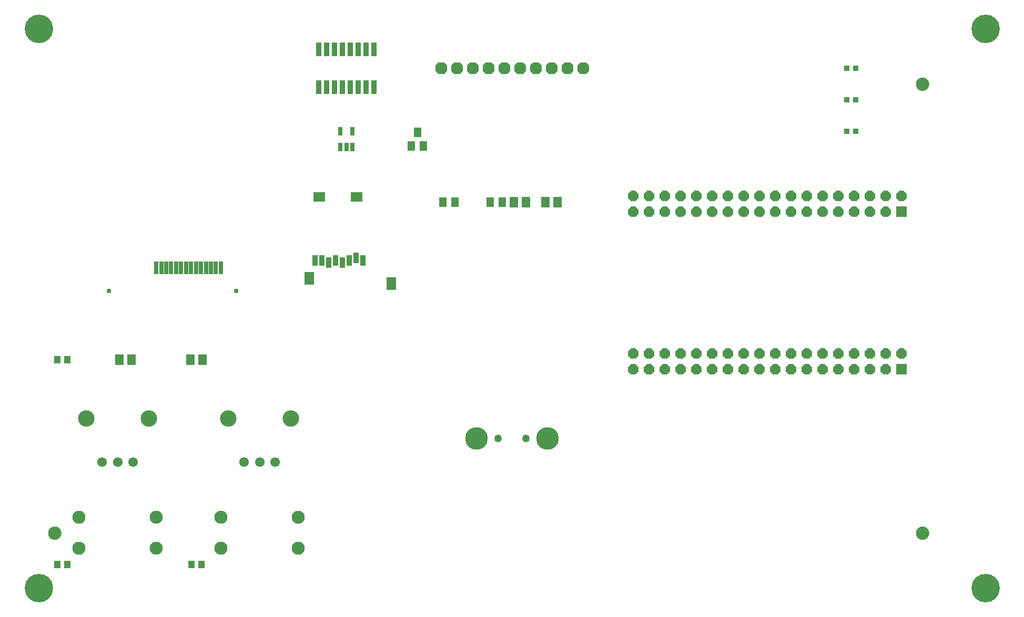
<source format=gbr>
G04 EAGLE Gerber RS-274X export*
G75*
%MOMM*%
%FSLAX34Y34*%
%LPD*%
%INSoldermask Top*%
%IPPOS*%
%AMOC8*
5,1,8,0,0,1.08239X$1,22.5*%
G01*
%ADD10R,1.676400X1.676400*%
%ADD11P,1.814519X8X202.500000*%
%ADD12R,0.952400X0.952400*%
%ADD13C,1.552400*%
%ADD14C,2.652400*%
%ADD15C,2.112400*%
%ADD16R,1.102359X1.183641*%
%ADD17C,3.652400*%
%ADD18C,1.252400*%
%ADD19R,0.652400X2.152400*%
%ADD20C,0.752400*%
%ADD21R,0.812800X2.184400*%
%ADD22R,1.552400X2.052400*%
%ADD23R,1.952400X1.552400*%
%ADD24R,0.852400X1.652400*%
%ADD25R,0.702400X1.352400*%
%ADD26R,1.252400X1.552400*%
%ADD27R,1.152400X1.552400*%
%ADD28R,1.452400X1.752400*%
%ADD29P,2.089446X8X112.500000*%
%ADD30C,0.609600*%
%ADD31C,1.168400*%
%ADD32C,4.597400*%


D10*
X1426800Y403600D03*
D11*
X1426800Y429000D03*
X1401400Y403600D03*
X1401400Y429000D03*
X1376000Y403600D03*
X1376000Y429000D03*
X1350600Y403600D03*
X1350600Y429000D03*
X1325200Y403600D03*
X1325200Y429000D03*
X1299800Y403600D03*
X1299800Y429000D03*
X1274400Y403600D03*
X1274400Y429000D03*
X1249000Y403600D03*
X1249000Y429000D03*
X1223600Y403600D03*
X1223600Y429000D03*
X1198200Y403600D03*
X1198200Y429000D03*
X1172800Y403600D03*
X1172800Y429000D03*
X1147400Y403600D03*
X1147400Y429000D03*
X1122000Y403600D03*
X1122000Y429000D03*
X1096600Y403600D03*
X1096600Y429000D03*
X1071200Y403600D03*
X1071200Y429000D03*
X1045800Y403600D03*
X1045800Y429000D03*
X1020400Y403600D03*
X1020400Y429000D03*
X995000Y403600D03*
X995000Y429000D03*
D10*
X1426800Y657600D03*
D11*
X1426800Y683000D03*
X1401400Y657600D03*
X1401400Y683000D03*
X1376000Y657600D03*
X1376000Y683000D03*
X1350600Y657600D03*
X1350600Y683000D03*
X1325200Y657600D03*
X1325200Y683000D03*
X1299800Y657600D03*
X1299800Y683000D03*
X1274400Y657600D03*
X1274400Y683000D03*
X1249000Y657600D03*
X1249000Y683000D03*
X1223600Y657600D03*
X1223600Y683000D03*
X1198200Y657600D03*
X1198200Y683000D03*
X1172800Y657600D03*
X1172800Y683000D03*
X1147400Y657600D03*
X1147400Y683000D03*
X1122000Y657600D03*
X1122000Y683000D03*
X1096600Y657600D03*
X1096600Y683000D03*
X1071200Y657600D03*
X1071200Y683000D03*
X1045800Y657600D03*
X1045800Y683000D03*
X1020400Y657600D03*
X1020400Y683000D03*
X995000Y657600D03*
X995000Y683000D03*
D12*
X1338700Y889000D03*
X1353700Y889000D03*
X1338700Y838200D03*
X1353700Y838200D03*
X1338700Y787400D03*
X1353700Y787400D03*
D13*
X368700Y254000D03*
X393700Y254000D03*
X418700Y254000D03*
D14*
X343700Y324000D03*
X443700Y324000D03*
D13*
X140100Y254000D03*
X165100Y254000D03*
X190100Y254000D03*
D14*
X115100Y324000D03*
X215100Y324000D03*
D15*
X456200Y164700D03*
X456200Y114700D03*
X331200Y114700D03*
X331200Y164700D03*
X227600Y164700D03*
X227600Y114700D03*
X102600Y114700D03*
X102600Y164700D03*
D16*
X284099Y88900D03*
X300101Y88900D03*
X68199Y88900D03*
X84201Y88900D03*
D17*
X857100Y292100D03*
X743100Y292100D03*
D18*
X822600Y292100D03*
X777600Y292100D03*
D19*
X235400Y567500D03*
X243400Y567500D03*
X251400Y567500D03*
X259400Y567500D03*
X267400Y567500D03*
X275400Y567500D03*
X283400Y567500D03*
X291400Y567500D03*
X299400Y567500D03*
X307400Y567500D03*
X315400Y567500D03*
X323400Y567500D03*
X331400Y567500D03*
X227400Y567500D03*
D20*
X151400Y529500D03*
X355900Y529500D03*
D21*
X488950Y858266D03*
X488950Y919734D03*
X501650Y858266D03*
X514350Y858266D03*
X501650Y919734D03*
X514350Y919734D03*
X527050Y858266D03*
X527050Y919734D03*
X539750Y858266D03*
X539750Y919734D03*
X552450Y858266D03*
X565150Y858266D03*
X552450Y919734D03*
X565150Y919734D03*
X577850Y858266D03*
X577850Y919734D03*
D22*
X473900Y550400D03*
X605900Y541400D03*
D23*
X489900Y681400D03*
X549900Y681400D03*
D24*
X482900Y579400D03*
X493900Y579400D03*
X504900Y575400D03*
X515900Y579400D03*
X526900Y575400D03*
X537900Y579400D03*
X548900Y583400D03*
X559900Y579400D03*
D25*
X523900Y761700D03*
X533400Y761700D03*
X542900Y761700D03*
X542900Y787700D03*
X523900Y787700D03*
D26*
X688500Y673100D03*
X708500Y673100D03*
D27*
X647700Y785700D03*
X657200Y763700D03*
X638200Y763700D03*
D26*
X764700Y673100D03*
X784700Y673100D03*
D28*
X167800Y419100D03*
X187800Y419100D03*
X282100Y419100D03*
X302100Y419100D03*
X802800Y673100D03*
X822800Y673100D03*
X853600Y673100D03*
X873600Y673100D03*
D29*
X685800Y889000D03*
X711200Y889000D03*
X736600Y889000D03*
X762000Y889000D03*
X787400Y889000D03*
X812800Y889000D03*
X838200Y889000D03*
X863600Y889000D03*
X889000Y889000D03*
X914400Y889000D03*
D30*
X1452880Y139700D02*
X1452882Y139887D01*
X1452889Y140074D01*
X1452901Y140261D01*
X1452917Y140447D01*
X1452937Y140633D01*
X1452962Y140818D01*
X1452992Y141003D01*
X1453026Y141187D01*
X1453065Y141370D01*
X1453108Y141552D01*
X1453156Y141732D01*
X1453208Y141912D01*
X1453265Y142090D01*
X1453325Y142267D01*
X1453391Y142442D01*
X1453460Y142616D01*
X1453534Y142788D01*
X1453612Y142958D01*
X1453694Y143126D01*
X1453780Y143292D01*
X1453870Y143456D01*
X1453964Y143617D01*
X1454062Y143777D01*
X1454164Y143933D01*
X1454270Y144088D01*
X1454380Y144239D01*
X1454493Y144388D01*
X1454610Y144534D01*
X1454730Y144677D01*
X1454854Y144817D01*
X1454981Y144954D01*
X1455112Y145088D01*
X1455246Y145219D01*
X1455383Y145346D01*
X1455523Y145470D01*
X1455666Y145590D01*
X1455812Y145707D01*
X1455961Y145820D01*
X1456112Y145930D01*
X1456267Y146036D01*
X1456423Y146138D01*
X1456583Y146236D01*
X1456744Y146330D01*
X1456908Y146420D01*
X1457074Y146506D01*
X1457242Y146588D01*
X1457412Y146666D01*
X1457584Y146740D01*
X1457758Y146809D01*
X1457933Y146875D01*
X1458110Y146935D01*
X1458288Y146992D01*
X1458468Y147044D01*
X1458648Y147092D01*
X1458830Y147135D01*
X1459013Y147174D01*
X1459197Y147208D01*
X1459382Y147238D01*
X1459567Y147263D01*
X1459753Y147283D01*
X1459939Y147299D01*
X1460126Y147311D01*
X1460313Y147318D01*
X1460500Y147320D01*
X1460687Y147318D01*
X1460874Y147311D01*
X1461061Y147299D01*
X1461247Y147283D01*
X1461433Y147263D01*
X1461618Y147238D01*
X1461803Y147208D01*
X1461987Y147174D01*
X1462170Y147135D01*
X1462352Y147092D01*
X1462532Y147044D01*
X1462712Y146992D01*
X1462890Y146935D01*
X1463067Y146875D01*
X1463242Y146809D01*
X1463416Y146740D01*
X1463588Y146666D01*
X1463758Y146588D01*
X1463926Y146506D01*
X1464092Y146420D01*
X1464256Y146330D01*
X1464417Y146236D01*
X1464577Y146138D01*
X1464733Y146036D01*
X1464888Y145930D01*
X1465039Y145820D01*
X1465188Y145707D01*
X1465334Y145590D01*
X1465477Y145470D01*
X1465617Y145346D01*
X1465754Y145219D01*
X1465888Y145088D01*
X1466019Y144954D01*
X1466146Y144817D01*
X1466270Y144677D01*
X1466390Y144534D01*
X1466507Y144388D01*
X1466620Y144239D01*
X1466730Y144088D01*
X1466836Y143933D01*
X1466938Y143777D01*
X1467036Y143617D01*
X1467130Y143456D01*
X1467220Y143292D01*
X1467306Y143126D01*
X1467388Y142958D01*
X1467466Y142788D01*
X1467540Y142616D01*
X1467609Y142442D01*
X1467675Y142267D01*
X1467735Y142090D01*
X1467792Y141912D01*
X1467844Y141732D01*
X1467892Y141552D01*
X1467935Y141370D01*
X1467974Y141187D01*
X1468008Y141003D01*
X1468038Y140818D01*
X1468063Y140633D01*
X1468083Y140447D01*
X1468099Y140261D01*
X1468111Y140074D01*
X1468118Y139887D01*
X1468120Y139700D01*
X1468118Y139513D01*
X1468111Y139326D01*
X1468099Y139139D01*
X1468083Y138953D01*
X1468063Y138767D01*
X1468038Y138582D01*
X1468008Y138397D01*
X1467974Y138213D01*
X1467935Y138030D01*
X1467892Y137848D01*
X1467844Y137668D01*
X1467792Y137488D01*
X1467735Y137310D01*
X1467675Y137133D01*
X1467609Y136958D01*
X1467540Y136784D01*
X1467466Y136612D01*
X1467388Y136442D01*
X1467306Y136274D01*
X1467220Y136108D01*
X1467130Y135944D01*
X1467036Y135783D01*
X1466938Y135623D01*
X1466836Y135467D01*
X1466730Y135312D01*
X1466620Y135161D01*
X1466507Y135012D01*
X1466390Y134866D01*
X1466270Y134723D01*
X1466146Y134583D01*
X1466019Y134446D01*
X1465888Y134312D01*
X1465754Y134181D01*
X1465617Y134054D01*
X1465477Y133930D01*
X1465334Y133810D01*
X1465188Y133693D01*
X1465039Y133580D01*
X1464888Y133470D01*
X1464733Y133364D01*
X1464577Y133262D01*
X1464417Y133164D01*
X1464256Y133070D01*
X1464092Y132980D01*
X1463926Y132894D01*
X1463758Y132812D01*
X1463588Y132734D01*
X1463416Y132660D01*
X1463242Y132591D01*
X1463067Y132525D01*
X1462890Y132465D01*
X1462712Y132408D01*
X1462532Y132356D01*
X1462352Y132308D01*
X1462170Y132265D01*
X1461987Y132226D01*
X1461803Y132192D01*
X1461618Y132162D01*
X1461433Y132137D01*
X1461247Y132117D01*
X1461061Y132101D01*
X1460874Y132089D01*
X1460687Y132082D01*
X1460500Y132080D01*
X1460313Y132082D01*
X1460126Y132089D01*
X1459939Y132101D01*
X1459753Y132117D01*
X1459567Y132137D01*
X1459382Y132162D01*
X1459197Y132192D01*
X1459013Y132226D01*
X1458830Y132265D01*
X1458648Y132308D01*
X1458468Y132356D01*
X1458288Y132408D01*
X1458110Y132465D01*
X1457933Y132525D01*
X1457758Y132591D01*
X1457584Y132660D01*
X1457412Y132734D01*
X1457242Y132812D01*
X1457074Y132894D01*
X1456908Y132980D01*
X1456744Y133070D01*
X1456583Y133164D01*
X1456423Y133262D01*
X1456267Y133364D01*
X1456112Y133470D01*
X1455961Y133580D01*
X1455812Y133693D01*
X1455666Y133810D01*
X1455523Y133930D01*
X1455383Y134054D01*
X1455246Y134181D01*
X1455112Y134312D01*
X1454981Y134446D01*
X1454854Y134583D01*
X1454730Y134723D01*
X1454610Y134866D01*
X1454493Y135012D01*
X1454380Y135161D01*
X1454270Y135312D01*
X1454164Y135467D01*
X1454062Y135623D01*
X1453964Y135783D01*
X1453870Y135944D01*
X1453780Y136108D01*
X1453694Y136274D01*
X1453612Y136442D01*
X1453534Y136612D01*
X1453460Y136784D01*
X1453391Y136958D01*
X1453325Y137133D01*
X1453265Y137310D01*
X1453208Y137488D01*
X1453156Y137668D01*
X1453108Y137848D01*
X1453065Y138030D01*
X1453026Y138213D01*
X1452992Y138397D01*
X1452962Y138582D01*
X1452937Y138767D01*
X1452917Y138953D01*
X1452901Y139139D01*
X1452889Y139326D01*
X1452882Y139513D01*
X1452880Y139700D01*
D31*
X1460500Y139700D03*
D30*
X1452880Y863600D02*
X1452882Y863787D01*
X1452889Y863974D01*
X1452901Y864161D01*
X1452917Y864347D01*
X1452937Y864533D01*
X1452962Y864718D01*
X1452992Y864903D01*
X1453026Y865087D01*
X1453065Y865270D01*
X1453108Y865452D01*
X1453156Y865632D01*
X1453208Y865812D01*
X1453265Y865990D01*
X1453325Y866167D01*
X1453391Y866342D01*
X1453460Y866516D01*
X1453534Y866688D01*
X1453612Y866858D01*
X1453694Y867026D01*
X1453780Y867192D01*
X1453870Y867356D01*
X1453964Y867517D01*
X1454062Y867677D01*
X1454164Y867833D01*
X1454270Y867988D01*
X1454380Y868139D01*
X1454493Y868288D01*
X1454610Y868434D01*
X1454730Y868577D01*
X1454854Y868717D01*
X1454981Y868854D01*
X1455112Y868988D01*
X1455246Y869119D01*
X1455383Y869246D01*
X1455523Y869370D01*
X1455666Y869490D01*
X1455812Y869607D01*
X1455961Y869720D01*
X1456112Y869830D01*
X1456267Y869936D01*
X1456423Y870038D01*
X1456583Y870136D01*
X1456744Y870230D01*
X1456908Y870320D01*
X1457074Y870406D01*
X1457242Y870488D01*
X1457412Y870566D01*
X1457584Y870640D01*
X1457758Y870709D01*
X1457933Y870775D01*
X1458110Y870835D01*
X1458288Y870892D01*
X1458468Y870944D01*
X1458648Y870992D01*
X1458830Y871035D01*
X1459013Y871074D01*
X1459197Y871108D01*
X1459382Y871138D01*
X1459567Y871163D01*
X1459753Y871183D01*
X1459939Y871199D01*
X1460126Y871211D01*
X1460313Y871218D01*
X1460500Y871220D01*
X1460687Y871218D01*
X1460874Y871211D01*
X1461061Y871199D01*
X1461247Y871183D01*
X1461433Y871163D01*
X1461618Y871138D01*
X1461803Y871108D01*
X1461987Y871074D01*
X1462170Y871035D01*
X1462352Y870992D01*
X1462532Y870944D01*
X1462712Y870892D01*
X1462890Y870835D01*
X1463067Y870775D01*
X1463242Y870709D01*
X1463416Y870640D01*
X1463588Y870566D01*
X1463758Y870488D01*
X1463926Y870406D01*
X1464092Y870320D01*
X1464256Y870230D01*
X1464417Y870136D01*
X1464577Y870038D01*
X1464733Y869936D01*
X1464888Y869830D01*
X1465039Y869720D01*
X1465188Y869607D01*
X1465334Y869490D01*
X1465477Y869370D01*
X1465617Y869246D01*
X1465754Y869119D01*
X1465888Y868988D01*
X1466019Y868854D01*
X1466146Y868717D01*
X1466270Y868577D01*
X1466390Y868434D01*
X1466507Y868288D01*
X1466620Y868139D01*
X1466730Y867988D01*
X1466836Y867833D01*
X1466938Y867677D01*
X1467036Y867517D01*
X1467130Y867356D01*
X1467220Y867192D01*
X1467306Y867026D01*
X1467388Y866858D01*
X1467466Y866688D01*
X1467540Y866516D01*
X1467609Y866342D01*
X1467675Y866167D01*
X1467735Y865990D01*
X1467792Y865812D01*
X1467844Y865632D01*
X1467892Y865452D01*
X1467935Y865270D01*
X1467974Y865087D01*
X1468008Y864903D01*
X1468038Y864718D01*
X1468063Y864533D01*
X1468083Y864347D01*
X1468099Y864161D01*
X1468111Y863974D01*
X1468118Y863787D01*
X1468120Y863600D01*
X1468118Y863413D01*
X1468111Y863226D01*
X1468099Y863039D01*
X1468083Y862853D01*
X1468063Y862667D01*
X1468038Y862482D01*
X1468008Y862297D01*
X1467974Y862113D01*
X1467935Y861930D01*
X1467892Y861748D01*
X1467844Y861568D01*
X1467792Y861388D01*
X1467735Y861210D01*
X1467675Y861033D01*
X1467609Y860858D01*
X1467540Y860684D01*
X1467466Y860512D01*
X1467388Y860342D01*
X1467306Y860174D01*
X1467220Y860008D01*
X1467130Y859844D01*
X1467036Y859683D01*
X1466938Y859523D01*
X1466836Y859367D01*
X1466730Y859212D01*
X1466620Y859061D01*
X1466507Y858912D01*
X1466390Y858766D01*
X1466270Y858623D01*
X1466146Y858483D01*
X1466019Y858346D01*
X1465888Y858212D01*
X1465754Y858081D01*
X1465617Y857954D01*
X1465477Y857830D01*
X1465334Y857710D01*
X1465188Y857593D01*
X1465039Y857480D01*
X1464888Y857370D01*
X1464733Y857264D01*
X1464577Y857162D01*
X1464417Y857064D01*
X1464256Y856970D01*
X1464092Y856880D01*
X1463926Y856794D01*
X1463758Y856712D01*
X1463588Y856634D01*
X1463416Y856560D01*
X1463242Y856491D01*
X1463067Y856425D01*
X1462890Y856365D01*
X1462712Y856308D01*
X1462532Y856256D01*
X1462352Y856208D01*
X1462170Y856165D01*
X1461987Y856126D01*
X1461803Y856092D01*
X1461618Y856062D01*
X1461433Y856037D01*
X1461247Y856017D01*
X1461061Y856001D01*
X1460874Y855989D01*
X1460687Y855982D01*
X1460500Y855980D01*
X1460313Y855982D01*
X1460126Y855989D01*
X1459939Y856001D01*
X1459753Y856017D01*
X1459567Y856037D01*
X1459382Y856062D01*
X1459197Y856092D01*
X1459013Y856126D01*
X1458830Y856165D01*
X1458648Y856208D01*
X1458468Y856256D01*
X1458288Y856308D01*
X1458110Y856365D01*
X1457933Y856425D01*
X1457758Y856491D01*
X1457584Y856560D01*
X1457412Y856634D01*
X1457242Y856712D01*
X1457074Y856794D01*
X1456908Y856880D01*
X1456744Y856970D01*
X1456583Y857064D01*
X1456423Y857162D01*
X1456267Y857264D01*
X1456112Y857370D01*
X1455961Y857480D01*
X1455812Y857593D01*
X1455666Y857710D01*
X1455523Y857830D01*
X1455383Y857954D01*
X1455246Y858081D01*
X1455112Y858212D01*
X1454981Y858346D01*
X1454854Y858483D01*
X1454730Y858623D01*
X1454610Y858766D01*
X1454493Y858912D01*
X1454380Y859061D01*
X1454270Y859212D01*
X1454164Y859367D01*
X1454062Y859523D01*
X1453964Y859683D01*
X1453870Y859844D01*
X1453780Y860008D01*
X1453694Y860174D01*
X1453612Y860342D01*
X1453534Y860512D01*
X1453460Y860684D01*
X1453391Y860858D01*
X1453325Y861033D01*
X1453265Y861210D01*
X1453208Y861388D01*
X1453156Y861568D01*
X1453108Y861748D01*
X1453065Y861930D01*
X1453026Y862113D01*
X1452992Y862297D01*
X1452962Y862482D01*
X1452937Y862667D01*
X1452917Y862853D01*
X1452901Y863039D01*
X1452889Y863226D01*
X1452882Y863413D01*
X1452880Y863600D01*
D31*
X1460500Y863600D03*
D30*
X55880Y139700D02*
X55882Y139887D01*
X55889Y140074D01*
X55901Y140261D01*
X55917Y140447D01*
X55937Y140633D01*
X55962Y140818D01*
X55992Y141003D01*
X56026Y141187D01*
X56065Y141370D01*
X56108Y141552D01*
X56156Y141732D01*
X56208Y141912D01*
X56265Y142090D01*
X56325Y142267D01*
X56391Y142442D01*
X56460Y142616D01*
X56534Y142788D01*
X56612Y142958D01*
X56694Y143126D01*
X56780Y143292D01*
X56870Y143456D01*
X56964Y143617D01*
X57062Y143777D01*
X57164Y143933D01*
X57270Y144088D01*
X57380Y144239D01*
X57493Y144388D01*
X57610Y144534D01*
X57730Y144677D01*
X57854Y144817D01*
X57981Y144954D01*
X58112Y145088D01*
X58246Y145219D01*
X58383Y145346D01*
X58523Y145470D01*
X58666Y145590D01*
X58812Y145707D01*
X58961Y145820D01*
X59112Y145930D01*
X59267Y146036D01*
X59423Y146138D01*
X59583Y146236D01*
X59744Y146330D01*
X59908Y146420D01*
X60074Y146506D01*
X60242Y146588D01*
X60412Y146666D01*
X60584Y146740D01*
X60758Y146809D01*
X60933Y146875D01*
X61110Y146935D01*
X61288Y146992D01*
X61468Y147044D01*
X61648Y147092D01*
X61830Y147135D01*
X62013Y147174D01*
X62197Y147208D01*
X62382Y147238D01*
X62567Y147263D01*
X62753Y147283D01*
X62939Y147299D01*
X63126Y147311D01*
X63313Y147318D01*
X63500Y147320D01*
X63687Y147318D01*
X63874Y147311D01*
X64061Y147299D01*
X64247Y147283D01*
X64433Y147263D01*
X64618Y147238D01*
X64803Y147208D01*
X64987Y147174D01*
X65170Y147135D01*
X65352Y147092D01*
X65532Y147044D01*
X65712Y146992D01*
X65890Y146935D01*
X66067Y146875D01*
X66242Y146809D01*
X66416Y146740D01*
X66588Y146666D01*
X66758Y146588D01*
X66926Y146506D01*
X67092Y146420D01*
X67256Y146330D01*
X67417Y146236D01*
X67577Y146138D01*
X67733Y146036D01*
X67888Y145930D01*
X68039Y145820D01*
X68188Y145707D01*
X68334Y145590D01*
X68477Y145470D01*
X68617Y145346D01*
X68754Y145219D01*
X68888Y145088D01*
X69019Y144954D01*
X69146Y144817D01*
X69270Y144677D01*
X69390Y144534D01*
X69507Y144388D01*
X69620Y144239D01*
X69730Y144088D01*
X69836Y143933D01*
X69938Y143777D01*
X70036Y143617D01*
X70130Y143456D01*
X70220Y143292D01*
X70306Y143126D01*
X70388Y142958D01*
X70466Y142788D01*
X70540Y142616D01*
X70609Y142442D01*
X70675Y142267D01*
X70735Y142090D01*
X70792Y141912D01*
X70844Y141732D01*
X70892Y141552D01*
X70935Y141370D01*
X70974Y141187D01*
X71008Y141003D01*
X71038Y140818D01*
X71063Y140633D01*
X71083Y140447D01*
X71099Y140261D01*
X71111Y140074D01*
X71118Y139887D01*
X71120Y139700D01*
X71118Y139513D01*
X71111Y139326D01*
X71099Y139139D01*
X71083Y138953D01*
X71063Y138767D01*
X71038Y138582D01*
X71008Y138397D01*
X70974Y138213D01*
X70935Y138030D01*
X70892Y137848D01*
X70844Y137668D01*
X70792Y137488D01*
X70735Y137310D01*
X70675Y137133D01*
X70609Y136958D01*
X70540Y136784D01*
X70466Y136612D01*
X70388Y136442D01*
X70306Y136274D01*
X70220Y136108D01*
X70130Y135944D01*
X70036Y135783D01*
X69938Y135623D01*
X69836Y135467D01*
X69730Y135312D01*
X69620Y135161D01*
X69507Y135012D01*
X69390Y134866D01*
X69270Y134723D01*
X69146Y134583D01*
X69019Y134446D01*
X68888Y134312D01*
X68754Y134181D01*
X68617Y134054D01*
X68477Y133930D01*
X68334Y133810D01*
X68188Y133693D01*
X68039Y133580D01*
X67888Y133470D01*
X67733Y133364D01*
X67577Y133262D01*
X67417Y133164D01*
X67256Y133070D01*
X67092Y132980D01*
X66926Y132894D01*
X66758Y132812D01*
X66588Y132734D01*
X66416Y132660D01*
X66242Y132591D01*
X66067Y132525D01*
X65890Y132465D01*
X65712Y132408D01*
X65532Y132356D01*
X65352Y132308D01*
X65170Y132265D01*
X64987Y132226D01*
X64803Y132192D01*
X64618Y132162D01*
X64433Y132137D01*
X64247Y132117D01*
X64061Y132101D01*
X63874Y132089D01*
X63687Y132082D01*
X63500Y132080D01*
X63313Y132082D01*
X63126Y132089D01*
X62939Y132101D01*
X62753Y132117D01*
X62567Y132137D01*
X62382Y132162D01*
X62197Y132192D01*
X62013Y132226D01*
X61830Y132265D01*
X61648Y132308D01*
X61468Y132356D01*
X61288Y132408D01*
X61110Y132465D01*
X60933Y132525D01*
X60758Y132591D01*
X60584Y132660D01*
X60412Y132734D01*
X60242Y132812D01*
X60074Y132894D01*
X59908Y132980D01*
X59744Y133070D01*
X59583Y133164D01*
X59423Y133262D01*
X59267Y133364D01*
X59112Y133470D01*
X58961Y133580D01*
X58812Y133693D01*
X58666Y133810D01*
X58523Y133930D01*
X58383Y134054D01*
X58246Y134181D01*
X58112Y134312D01*
X57981Y134446D01*
X57854Y134583D01*
X57730Y134723D01*
X57610Y134866D01*
X57493Y135012D01*
X57380Y135161D01*
X57270Y135312D01*
X57164Y135467D01*
X57062Y135623D01*
X56964Y135783D01*
X56870Y135944D01*
X56780Y136108D01*
X56694Y136274D01*
X56612Y136442D01*
X56534Y136612D01*
X56460Y136784D01*
X56391Y136958D01*
X56325Y137133D01*
X56265Y137310D01*
X56208Y137488D01*
X56156Y137668D01*
X56108Y137848D01*
X56065Y138030D01*
X56026Y138213D01*
X55992Y138397D01*
X55962Y138582D01*
X55937Y138767D01*
X55917Y138953D01*
X55901Y139139D01*
X55889Y139326D01*
X55882Y139513D01*
X55880Y139700D01*
D31*
X63500Y139700D03*
D16*
X68199Y419100D03*
X84201Y419100D03*
D32*
X38100Y50800D03*
X1562100Y50800D03*
X1562100Y952500D03*
X38100Y952500D03*
M02*

</source>
